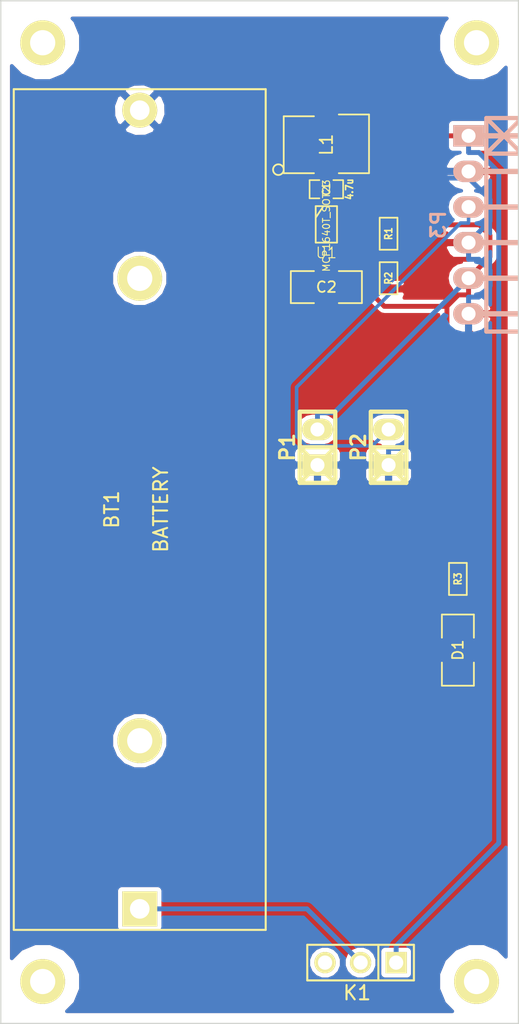
<source format=kicad_pcb>
(kicad_pcb (version 3) (host pcbnew "(2013-mar-13)-testing")

  (general
    (links 26)
    (no_connects 0)
    (area 102.71426 66.73052 149.034501 144.050001)
    (thickness 1.6)
    (drawings 5)
    (tracks 102)
    (zones 0)
    (modules 17)
    (nets 14)
  )

  (page A4)
  (layers
    (15 F.Cu signal)
    (0 B.Cu signal hide)
    (16 B.Adhes user)
    (17 F.Adhes user)
    (18 B.Paste user)
    (19 F.Paste user)
    (20 B.SilkS user)
    (21 F.SilkS user)
    (22 B.Mask user)
    (23 F.Mask user)
    (24 Dwgs.User user)
    (25 Cmts.User user)
    (26 Eco1.User user)
    (27 Eco2.User user)
    (28 Edge.Cuts user)
  )

  (setup
    (last_trace_width 0.254)
    (trace_clearance 0.254)
    (zone_clearance 0.3)
    (zone_45_only yes)
    (trace_min 0.254)
    (segment_width 0.2)
    (edge_width 0.1)
    (via_size 0.889)
    (via_drill 0.635)
    (via_min_size 0.889)
    (via_min_drill 0.508)
    (uvia_size 0.508)
    (uvia_drill 0.127)
    (uvias_allowed no)
    (uvia_min_size 0.508)
    (uvia_min_drill 0.127)
    (pcb_text_width 0.3)
    (pcb_text_size 1.5 1.5)
    (mod_edge_width 0.15)
    (mod_text_size 1 1)
    (mod_text_width 0.15)
    (pad_size 3.2004 3.2004)
    (pad_drill 1.8)
    (pad_to_mask_clearance 0)
    (aux_axis_origin 0 0)
    (visible_elements FFFFFF7F)
    (pcbplotparams
      (layerselection 268468225)
      (usegerberextensions true)
      (excludeedgelayer true)
      (linewidth 0.150000)
      (plotframeref false)
      (viasonmask false)
      (mode 1)
      (useauxorigin false)
      (hpglpennumber 1)
      (hpglpenspeed 20)
      (hpglpendiameter 15)
      (hpglpenoverlay 2)
      (psnegative false)
      (psa4output false)
      (plotreference true)
      (plotvalue true)
      (plotothertext true)
      (plotinvisibletext false)
      (padsonsilk false)
      (subtractmaskfromsilk false)
      (outputformat 1)
      (mirror false)
      (drillshape 0)
      (scaleselection 1)
      (outputdirectory BAT_DC_READER/))
  )

  (net 0 "")
  (net 1 /5V)
  (net 2 /BAT)
  (net 3 /OSC)
  (net 4 GND)
  (net 5 N-0000010)
  (net 6 N-0000012)
  (net 7 N-0000013)
  (net 8 N-000004)
  (net 9 N-000005)
  (net 10 N-000006)
  (net 11 N-000007)
  (net 12 N-000008)
  (net 13 N-000009)

  (net_class Default "This is the default net class."
    (clearance 0.254)
    (trace_width 0.254)
    (via_dia 0.889)
    (via_drill 0.635)
    (uvia_dia 0.508)
    (uvia_drill 0.127)
    (add_net "")
    (add_net /OSC)
    (add_net N-0000010)
    (add_net N-0000012)
    (add_net N-0000013)
    (add_net N-000005)
    (add_net N-000006)
    (add_net N-000007)
    (add_net N-000008)
    (add_net N-000009)
  )

  (net_class POWER ""
    (clearance 0.254)
    (trace_width 0.35)
    (via_dia 0.889)
    (via_drill 0.635)
    (uvia_dia 0.508)
    (uvia_drill 0.127)
    (add_net /5V)
    (add_net /BAT)
    (add_net GND)
    (add_net N-000004)
  )

  (module BX0035 (layer F.Cu) (tedit 5319F322) (tstamp 5319FA87)
    (at 114.935 107.315 90)
    (path /5319F422)
    (fp_text reference BT1 (at 0 -2 90) (layer F.SilkS)
      (effects (font (size 1 1) (thickness 0.15)))
    )
    (fp_text value BATTERY (at 0 1.5 90) (layer F.SilkS)
      (effects (font (size 1 1) (thickness 0.15)))
    )
    (fp_line (start -30 -9) (end 30 -9) (layer F.SilkS) (width 0.15))
    (fp_line (start 30 -9) (end 30 9) (layer F.SilkS) (width 0.15))
    (fp_line (start 30 9) (end -30 9) (layer F.SilkS) (width 0.15))
    (fp_line (start -30 9) (end -30 -9) (layer F.SilkS) (width 0.15))
    (pad 1 thru_hole rect (at -28.5 0 90) (size 2.5 2.5) (drill 1.4)
      (layers *.Cu *.Mask F.SilkS)
      (net 8 N-000004)
    )
    (pad 2 thru_hole circle (at 28.5 0 90) (size 2.5 2.5) (drill 1.4)
      (layers *.Cu *.Mask F.SilkS)
      (net 4 GND)
    )
    (pad "" thru_hole circle (at -16.5 0 90) (size 3.2 3.2) (drill 1.8)
      (layers *.Cu *.Mask F.SilkS)
    )
    (pad "" thru_hole circle (at 16.5 0 90) (size 3.2 3.2) (drill 1.8)
      (layers *.Cu *.Mask F.SilkS)
    )
  )

  (module SM0603_Capa (layer F.Cu) (tedit 5051B1EC) (tstamp 5319FA93)
    (at 128.27 84.455 180)
    (path /5319F3F3)
    (attr smd)
    (fp_text reference C1 (at 0 0 270) (layer F.SilkS)
      (effects (font (size 0.508 0.4572) (thickness 0.1143)))
    )
    (fp_text value 4.7u (at -1.651 0 270) (layer F.SilkS)
      (effects (font (size 0.508 0.4572) (thickness 0.1143)))
    )
    (fp_line (start 0.50038 0.65024) (end 1.19888 0.65024) (layer F.SilkS) (width 0.11938))
    (fp_line (start -0.50038 0.65024) (end -1.19888 0.65024) (layer F.SilkS) (width 0.11938))
    (fp_line (start 0.50038 -0.65024) (end 1.19888 -0.65024) (layer F.SilkS) (width 0.11938))
    (fp_line (start -1.19888 -0.65024) (end -0.50038 -0.65024) (layer F.SilkS) (width 0.11938))
    (fp_line (start 1.19888 -0.635) (end 1.19888 0.635) (layer F.SilkS) (width 0.11938))
    (fp_line (start -1.19888 0.635) (end -1.19888 -0.635) (layer F.SilkS) (width 0.11938))
    (pad 1 smd rect (at -0.762 0 180) (size 0.635 1.143)
      (layers F.Cu F.Paste F.Mask)
      (net 2 /BAT)
    )
    (pad 2 smd rect (at 0.762 0 180) (size 0.635 1.143)
      (layers F.Cu F.Paste F.Mask)
      (net 4 GND)
    )
    (model smd\capacitors\C0603.wrl
      (at (xyz 0 0 0.001))
      (scale (xyz 0.5 0.5 0.5))
      (rotate (xyz 0 0 0))
    )
  )

  (module SM1206 (layer F.Cu) (tedit 42806E24) (tstamp 5319FA9F)
    (at 128.27 91.44 180)
    (path /5319F595)
    (attr smd)
    (fp_text reference C2 (at 0 0 180) (layer F.SilkS)
      (effects (font (size 0.762 0.762) (thickness 0.127)))
    )
    (fp_text value 10u (at 0 0 180) (layer F.SilkS) hide
      (effects (font (size 0.762 0.762) (thickness 0.127)))
    )
    (fp_line (start -2.54 -1.143) (end -2.54 1.143) (layer F.SilkS) (width 0.127))
    (fp_line (start -2.54 1.143) (end -0.889 1.143) (layer F.SilkS) (width 0.127))
    (fp_line (start 0.889 -1.143) (end 2.54 -1.143) (layer F.SilkS) (width 0.127))
    (fp_line (start 2.54 -1.143) (end 2.54 1.143) (layer F.SilkS) (width 0.127))
    (fp_line (start 2.54 1.143) (end 0.889 1.143) (layer F.SilkS) (width 0.127))
    (fp_line (start -0.889 -1.143) (end -2.54 -1.143) (layer F.SilkS) (width 0.127))
    (pad 1 smd rect (at -1.651 0 180) (size 1.524 2.032)
      (layers F.Cu F.Paste F.Mask)
      (net 1 /5V)
    )
    (pad 2 smd rect (at 1.651 0 180) (size 1.524 2.032)
      (layers F.Cu F.Paste F.Mask)
      (net 4 GND)
    )
    (model smd/chip_cms.wrl
      (at (xyz 0 0 0))
      (scale (xyz 0.17 0.16 0.16))
      (rotate (xyz 0 0 0))
    )
  )

  (module SM1812E (layer F.Cu) (tedit 4171109D) (tstamp 5319FAAC)
    (at 128.27 81.28)
    (path /5319F4DE)
    (attr smd)
    (fp_text reference L1 (at 0 0 90) (layer F.SilkS)
      (effects (font (size 0.889 0.889) (thickness 0.127)))
    )
    (fp_text value INDUCTOR (at 0 0 90) (layer F.SilkS) hide
      (effects (font (size 0.889 0.889) (thickness 0.127)))
    )
    (fp_circle (center -3.429 1.778) (end -3.048 1.778) (layer F.SilkS) (width 0.127))
    (fp_line (start -0.889 -2.032) (end -3.048 -2.032) (layer F.SilkS) (width 0.127))
    (fp_line (start -3.048 -2.032) (end -3.048 2.032) (layer F.SilkS) (width 0.127))
    (fp_line (start -3.048 2.032) (end -0.889 2.032) (layer F.SilkS) (width 0.127))
    (fp_line (start 0.889 -2.159) (end 3.048 -2.159) (layer F.SilkS) (width 0.127))
    (fp_line (start 3.048 -2.159) (end 3.048 2.032) (layer F.SilkS) (width 0.127))
    (fp_line (start 3.048 2.032) (end 0.889 2.032) (layer F.SilkS) (width 0.127))
    (pad 1 smd rect (at -1.905 0) (size 1.778 3.556)
      (layers F.Cu F.Paste F.Mask)
      (net 6 N-0000012)
    )
    (pad 2 smd rect (at 1.905 0) (size 1.778 3.556)
      (layers F.Cu F.Paste F.Mask)
      (net 2 /BAT)
    )
    (model smd/chip_cms.wrl
      (at (xyz 0 0 0))
      (scale (xyz 0.2 0.25 0.25))
      (rotate (xyz 0 0 0))
    )
  )

  (module pin_strip_2 (layer F.Cu) (tedit 4F0999B2) (tstamp 5319FAB9)
    (at 127.635 102.87 90)
    (descr "Pin strip 2pin")
    (tags "CONN DEV")
    (path /5319F402)
    (fp_text reference P1 (at 0 -2.159 90) (layer F.SilkS)
      (effects (font (size 1.016 1.016) (thickness 0.2032)))
    )
    (fp_text value CONN_2 (at 0.254 -3.556 90) (layer F.SilkS) hide
      (effects (font (size 1.016 0.889) (thickness 0.2032)))
    )
    (fp_line (start 0 -1.27) (end 0 1.27) (layer F.SilkS) (width 0.3048))
    (fp_line (start 0 1.27) (end -2.54 -1.27) (layer F.SilkS) (width 0.3048))
    (fp_line (start -2.54 1.27) (end 0 -1.27) (layer F.SilkS) (width 0.3048))
    (fp_line (start 2.54 1.27) (end -2.54 1.27) (layer F.SilkS) (width 0.3048))
    (fp_line (start -2.54 -1.27) (end 2.54 -1.27) (layer F.SilkS) (width 0.3048))
    (fp_line (start -2.54 1.27) (end -2.54 -1.27) (layer F.SilkS) (width 0.3048))
    (fp_line (start 2.54 -1.27) (end 2.54 1.27) (layer F.SilkS) (width 0.3048))
    (pad 1 thru_hole rect (at -1.27 0 90) (size 1.524 2.19964) (drill 1.00076)
      (layers *.Cu *.Mask F.SilkS)
      (net 4 GND)
    )
    (pad 2 thru_hole oval (at 1.27 0 90) (size 1.524 2.19964) (drill 1.00076)
      (layers *.Cu *.Mask F.SilkS)
      (net 1 /5V)
    )
    (model walter/pin_strip/pin_strip_2.wrl
      (at (xyz 0 0 0))
      (scale (xyz 1 1 1))
      (rotate (xyz 0 0 0))
    )
  )

  (module pin_strip_2 (layer F.Cu) (tedit 4F0999B2) (tstamp 5319FAC6)
    (at 132.715 102.87 90)
    (descr "Pin strip 2pin")
    (tags "CONN DEV")
    (path /5319F5F7)
    (fp_text reference P2 (at 0 -2.159 90) (layer F.SilkS)
      (effects (font (size 1.016 1.016) (thickness 0.2032)))
    )
    (fp_text value CONN_2 (at 0.254 -3.556 90) (layer F.SilkS) hide
      (effects (font (size 1.016 0.889) (thickness 0.2032)))
    )
    (fp_line (start 0 -1.27) (end 0 1.27) (layer F.SilkS) (width 0.3048))
    (fp_line (start 0 1.27) (end -2.54 -1.27) (layer F.SilkS) (width 0.3048))
    (fp_line (start -2.54 1.27) (end 0 -1.27) (layer F.SilkS) (width 0.3048))
    (fp_line (start 2.54 1.27) (end -2.54 1.27) (layer F.SilkS) (width 0.3048))
    (fp_line (start -2.54 -1.27) (end 2.54 -1.27) (layer F.SilkS) (width 0.3048))
    (fp_line (start -2.54 1.27) (end -2.54 -1.27) (layer F.SilkS) (width 0.3048))
    (fp_line (start 2.54 -1.27) (end 2.54 1.27) (layer F.SilkS) (width 0.3048))
    (pad 1 thru_hole rect (at -1.27 0 90) (size 1.524 2.19964) (drill 1.00076)
      (layers *.Cu *.Mask F.SilkS)
      (net 4 GND)
    )
    (pad 2 thru_hole oval (at 1.27 0 90) (size 1.524 2.19964) (drill 1.00076)
      (layers *.Cu *.Mask F.SilkS)
      (net 3 /OSC)
    )
    (model walter/pin_strip/pin_strip_2.wrl
      (at (xyz 0 0 0))
      (scale (xyz 1 1 1))
      (rotate (xyz 0 0 0))
    )
  )

  (module pin_strip_6-90 (layer B.Cu) (tedit 4EF891C9) (tstamp 5319FADD)
    (at 138.43 86.995 270)
    (descr "Pin strip 6pin 90")
    (tags "CONN DEV")
    (path /5319F90F)
    (fp_text reference P3 (at 0 2.159 270) (layer B.SilkS)
      (effects (font (size 1.016 1.016) (thickness 0.2032)) (justify mirror))
    )
    (fp_text value CONN_6 (at 0.254 3.556 270) (layer B.SilkS) hide
      (effects (font (size 1.016 0.889) (thickness 0.2032)) (justify mirror))
    )
    (fp_line (start -7.62 -3.81) (end -5.08 -1.27) (layer B.SilkS) (width 0.3048))
    (fp_line (start -5.08 -1.27) (end -5.08 -3.81) (layer B.SilkS) (width 0.3048))
    (fp_line (start -5.08 -3.81) (end -7.62 -1.27) (layer B.SilkS) (width 0.3048))
    (fp_line (start -6.35 0) (end -6.35 -10.16) (layer B.SilkS) (width 0.381))
    (fp_line (start 6.35 0) (end 6.35 -10.16) (layer B.SilkS) (width 0.381))
    (fp_line (start 3.81 0) (end 3.81 -10.16) (layer B.SilkS) (width 0.381))
    (fp_line (start 1.27 0) (end 1.27 -10.16) (layer B.SilkS) (width 0.381))
    (fp_line (start -1.27 -10.16) (end -1.27 0) (layer B.SilkS) (width 0.381))
    (fp_line (start -3.81 0) (end -3.81 -10.16) (layer B.SilkS) (width 0.381))
    (fp_line (start -7.62 -3.81) (end -7.62 -1.27) (layer B.SilkS) (width 0.3048))
    (fp_line (start -7.62 -1.27) (end 7.62 -1.27) (layer B.SilkS) (width 0.3048))
    (fp_line (start 7.62 -1.27) (end 7.62 -3.81) (layer B.SilkS) (width 0.3048))
    (fp_line (start 7.62 -3.81) (end -7.62 -3.81) (layer B.SilkS) (width 0.3048))
    (pad 1 thru_hole rect (at -6.35 0 270) (size 1.524 2.19964) (drill 1.00076)
      (layers *.Cu *.Mask B.SilkS)
      (net 2 /BAT)
    )
    (pad 2 thru_hole oval (at -3.81 0 270) (size 1.524 2.19964) (drill 1.00076)
      (layers *.Cu *.Mask B.SilkS)
      (net 4 GND)
    )
    (pad 3 thru_hole oval (at -1.27 0 270) (size 1.524 2.19964) (drill 1.00076)
      (layers *.Cu *.Mask B.SilkS)
      (net 3 /OSC)
    )
    (pad 4 thru_hole oval (at 1.27 0 270) (size 1.524 2.19964) (drill 1.00076)
      (layers *.Cu *.Mask B.SilkS)
      (net 4 GND)
    )
    (pad 5 thru_hole oval (at 3.81 0 270) (size 1.524 2.19964) (drill 1.00076)
      (layers *.Cu *.Mask B.SilkS)
      (net 1 /5V)
    )
    (pad 6 thru_hole oval (at 6.35 0 270) (size 1.524 2.19964) (drill 1.00076)
      (layers *.Cu *.Mask B.SilkS)
      (net 4 GND)
    )
    (model walter/pin_strip/pin_strip_6-90.wrl
      (at (xyz 0 0 0))
      (scale (xyz 1 1 1))
      (rotate (xyz 0 0 0))
    )
  )

  (module SM0603 (layer F.Cu) (tedit 4E43A3D1) (tstamp 5319FAE7)
    (at 132.715 87.63 270)
    (path /5319F524)
    (attr smd)
    (fp_text reference R1 (at 0 0 270) (layer F.SilkS)
      (effects (font (size 0.508 0.4572) (thickness 0.1143)))
    )
    (fp_text value 976k (at 0 0 270) (layer F.SilkS) hide
      (effects (font (size 0.508 0.4572) (thickness 0.1143)))
    )
    (fp_line (start -1.143 -0.635) (end 1.143 -0.635) (layer F.SilkS) (width 0.127))
    (fp_line (start 1.143 -0.635) (end 1.143 0.635) (layer F.SilkS) (width 0.127))
    (fp_line (start 1.143 0.635) (end -1.143 0.635) (layer F.SilkS) (width 0.127))
    (fp_line (start -1.143 0.635) (end -1.143 -0.635) (layer F.SilkS) (width 0.127))
    (pad 1 smd rect (at -0.762 0 270) (size 0.635 1.143)
      (layers F.Cu F.Paste F.Mask)
      (net 1 /5V)
    )
    (pad 2 smd rect (at 0.762 0 270) (size 0.635 1.143)
      (layers F.Cu F.Paste F.Mask)
      (net 7 N-0000013)
    )
    (model smd\resistors\R0603.wrl
      (at (xyz 0 0 0.001))
      (scale (xyz 0.5 0.5 0.5))
      (rotate (xyz 0 0 0))
    )
  )

  (module SM0603 (layer F.Cu) (tedit 4E43A3D1) (tstamp 5319FAF1)
    (at 132.715 90.805 270)
    (path /5319F531)
    (attr smd)
    (fp_text reference R2 (at 0 0 270) (layer F.SilkS)
      (effects (font (size 0.508 0.4572) (thickness 0.1143)))
    )
    (fp_text value 309k (at 0 0 270) (layer F.SilkS) hide
      (effects (font (size 0.508 0.4572) (thickness 0.1143)))
    )
    (fp_line (start -1.143 -0.635) (end 1.143 -0.635) (layer F.SilkS) (width 0.127))
    (fp_line (start 1.143 -0.635) (end 1.143 0.635) (layer F.SilkS) (width 0.127))
    (fp_line (start 1.143 0.635) (end -1.143 0.635) (layer F.SilkS) (width 0.127))
    (fp_line (start -1.143 0.635) (end -1.143 -0.635) (layer F.SilkS) (width 0.127))
    (pad 1 smd rect (at -0.762 0 270) (size 0.635 1.143)
      (layers F.Cu F.Paste F.Mask)
      (net 7 N-0000013)
    )
    (pad 2 smd rect (at 0.762 0 270) (size 0.635 1.143)
      (layers F.Cu F.Paste F.Mask)
      (net 4 GND)
    )
    (model smd\resistors\R0603.wrl
      (at (xyz 0 0 0.001))
      (scale (xyz 0.5 0.5 0.5))
      (rotate (xyz 0 0 0))
    )
  )

  (module SOT23_6 (layer F.Cu) (tedit 4ECF791C) (tstamp 5319FB00)
    (at 128.27 86.995 270)
    (path /5319F488)
    (fp_text reference U1 (at 1.99898 0 360) (layer F.SilkS)
      (effects (font (size 0.762 0.762) (thickness 0.0762)))
    )
    (fp_text value MCP1640T_SOT23 (at 0.0635 0 270) (layer F.SilkS)
      (effects (font (size 0.50038 0.50038) (thickness 0.0762)))
    )
    (fp_line (start -0.508 0.762) (end -1.27 0.254) (layer F.SilkS) (width 0.127))
    (fp_line (start 1.27 0.762) (end -1.3335 0.762) (layer F.SilkS) (width 0.127))
    (fp_line (start -1.3335 0.762) (end -1.3335 -0.762) (layer F.SilkS) (width 0.127))
    (fp_line (start -1.3335 -0.762) (end 1.27 -0.762) (layer F.SilkS) (width 0.127))
    (fp_line (start 1.27 -0.762) (end 1.27 0.762) (layer F.SilkS) (width 0.127))
    (pad 6 smd rect (at -0.9525 -1.27 270) (size 0.70104 1.00076)
      (layers F.Cu F.Paste F.Mask)
      (net 2 /BAT)
    )
    (pad 5 smd rect (at 0 -1.27 270) (size 0.70104 1.00076)
      (layers F.Cu F.Paste F.Mask)
      (net 1 /5V)
    )
    (pad 4 smd rect (at 0.9525 -1.27 270) (size 0.70104 1.00076)
      (layers F.Cu F.Paste F.Mask)
      (net 7 N-0000013)
    )
    (pad 3 smd rect (at 0.9525 1.27 270) (size 0.70104 1.00076)
      (layers F.Cu F.Paste F.Mask)
      (net 2 /BAT)
    )
    (pad 2 smd rect (at 0 1.27 270) (size 0.70104 1.00076)
      (layers F.Cu F.Paste F.Mask)
      (net 4 GND)
    )
    (pad 1 smd rect (at -0.9525 1.27 270) (size 0.70104 1.00076)
      (layers F.Cu F.Paste F.Mask)
      (net 6 N-0000012)
    )
    (model smd/SOT23_6.wrl
      (at (xyz 0 0 0))
      (scale (xyz 0.11 0.11 0.11))
      (rotate (xyz 0 0 0))
    )
  )

  (module PIN_ARRAY_3X1 (layer F.Cu) (tedit 4C1130E0) (tstamp 531D7E72)
    (at 130.715 139.65 180)
    (descr "Connecteur 3 pins")
    (tags "CONN DEV")
    (path /5319FD25)
    (fp_text reference K1 (at 0.254 -2.159 180) (layer F.SilkS)
      (effects (font (size 1.016 1.016) (thickness 0.1524)))
    )
    (fp_text value CONN_3 (at 0 -2.159 180) (layer F.SilkS) hide
      (effects (font (size 1.016 1.016) (thickness 0.1524)))
    )
    (fp_line (start -3.81 1.27) (end -3.81 -1.27) (layer F.SilkS) (width 0.1524))
    (fp_line (start -3.81 -1.27) (end 3.81 -1.27) (layer F.SilkS) (width 0.1524))
    (fp_line (start 3.81 -1.27) (end 3.81 1.27) (layer F.SilkS) (width 0.1524))
    (fp_line (start 3.81 1.27) (end -3.81 1.27) (layer F.SilkS) (width 0.1524))
    (fp_line (start -1.27 -1.27) (end -1.27 1.27) (layer F.SilkS) (width 0.1524))
    (pad 1 thru_hole rect (at -2.54 0 180) (size 1.524 1.524) (drill 1.016)
      (layers *.Cu *.Mask F.SilkS)
      (net 2 /BAT)
    )
    (pad 2 thru_hole circle (at 0 0 180) (size 1.524 1.524) (drill 1.016)
      (layers *.Cu *.Mask F.SilkS)
      (net 8 N-000004)
    )
    (pad 3 thru_hole circle (at 2.54 0 180) (size 1.524 1.524) (drill 1.016)
      (layers *.Cu *.Mask F.SilkS)
      (net 5 N-0000010)
    )
    (model pin_array/pins_array_3x1.wrl
      (at (xyz 0 0 0))
      (scale (xyz 1 1 1))
      (rotate (xyz 0 0 0))
    )
  )

  (module SM1206 (layer F.Cu) (tedit 42806E24) (tstamp 531D7730)
    (at 137.668 117.348 270)
    (path /531D75FD)
    (attr smd)
    (fp_text reference D1 (at 0 0 270) (layer F.SilkS)
      (effects (font (size 0.762 0.762) (thickness 0.127)))
    )
    (fp_text value LED (at 0 0 270) (layer F.SilkS) hide
      (effects (font (size 0.762 0.762) (thickness 0.127)))
    )
    (fp_line (start -2.54 -1.143) (end -2.54 1.143) (layer F.SilkS) (width 0.127))
    (fp_line (start -2.54 1.143) (end -0.889 1.143) (layer F.SilkS) (width 0.127))
    (fp_line (start 0.889 -1.143) (end 2.54 -1.143) (layer F.SilkS) (width 0.127))
    (fp_line (start 2.54 -1.143) (end 2.54 1.143) (layer F.SilkS) (width 0.127))
    (fp_line (start 2.54 1.143) (end 0.889 1.143) (layer F.SilkS) (width 0.127))
    (fp_line (start -0.889 -1.143) (end -2.54 -1.143) (layer F.SilkS) (width 0.127))
    (pad 1 smd rect (at -1.651 0 270) (size 1.524 2.032)
      (layers F.Cu F.Paste F.Mask)
      (net 13 N-000009)
    )
    (pad 2 smd rect (at 1.651 0 270) (size 1.524 2.032)
      (layers F.Cu F.Paste F.Mask)
      (net 4 GND)
    )
    (model smd/chip_cms.wrl
      (at (xyz 0 0 0))
      (scale (xyz 0.17 0.16 0.16))
      (rotate (xyz 0 0 0))
    )
  )

  (module SM0603 (layer F.Cu) (tedit 4E43A3D1) (tstamp 531D773A)
    (at 137.668 112.268 270)
    (path /531D75EE)
    (attr smd)
    (fp_text reference R3 (at 0 0 270) (layer F.SilkS)
      (effects (font (size 0.508 0.4572) (thickness 0.1143)))
    )
    (fp_text value 2.2k (at 0 0 270) (layer F.SilkS) hide
      (effects (font (size 0.508 0.4572) (thickness 0.1143)))
    )
    (fp_line (start -1.143 -0.635) (end 1.143 -0.635) (layer F.SilkS) (width 0.127))
    (fp_line (start 1.143 -0.635) (end 1.143 0.635) (layer F.SilkS) (width 0.127))
    (fp_line (start 1.143 0.635) (end -1.143 0.635) (layer F.SilkS) (width 0.127))
    (fp_line (start -1.143 0.635) (end -1.143 -0.635) (layer F.SilkS) (width 0.127))
    (pad 1 smd rect (at -0.762 0 270) (size 0.635 1.143)
      (layers F.Cu F.Paste F.Mask)
      (net 1 /5V)
    )
    (pad 2 smd rect (at 0.762 0 270) (size 0.635 1.143)
      (layers F.Cu F.Paste F.Mask)
      (net 13 N-000009)
    )
    (model smd\resistors\R0603.wrl
      (at (xyz 0 0 0.001))
      (scale (xyz 0.5 0.5 0.5))
      (rotate (xyz 0 0 0))
    )
  )

  (module Mhole (layer F.Cu) (tedit 531D8C66) (tstamp 531D7E0C)
    (at 139 74)
    (path /531D7CA5)
    (fp_text reference P4 (at 0.44958 -4.09956) (layer F.SilkS) hide
      (effects (font (thickness 0.3048)))
    )
    (fp_text value CONN_1 (at 0.20066 -6.10108) (layer F.SilkS) hide
      (effects (font (thickness 0.3048)))
    )
    (pad 1 thru_hole circle (at 0 0) (size 3.2004 3.2004) (drill 1.8)
      (layers *.Cu *.Mask F.SilkS)
      (net 12 N-000008)
      (clearance 1.00076)
    )
  )

  (module Mhole (layer F.Cu) (tedit 531D8C50) (tstamp 531D7E11)
    (at 108 74)
    (path /531D7CB8)
    (fp_text reference P5 (at 0.44958 -4.09956) (layer F.SilkS) hide
      (effects (font (thickness 0.3048)))
    )
    (fp_text value CONN_1 (at 0.20066 -6.10108) (layer F.SilkS) hide
      (effects (font (thickness 0.3048)))
    )
    (pad 1 thru_hole circle (at 0 0) (size 3.2004 3.2004) (drill 1.8)
      (layers *.Cu *.Mask F.SilkS)
      (net 11 N-000007)
      (clearance 1.00076)
    )
  )

  (module Mhole (layer F.Cu) (tedit 531D8C74) (tstamp 531D7E16)
    (at 139 141)
    (path /531D7CBE)
    (fp_text reference P6 (at 0.44958 -4.09956) (layer F.SilkS) hide
      (effects (font (thickness 0.3048)))
    )
    (fp_text value CONN_1 (at 0.20066 -6.10108) (layer F.SilkS) hide
      (effects (font (thickness 0.3048)))
    )
    (pad 1 thru_hole circle (at 0 0) (size 3.2004 3.2004) (drill 1.8)
      (layers *.Cu *.Mask F.SilkS)
      (net 10 N-000006)
      (clearance 1.00076)
    )
  )

  (module Mhole (layer F.Cu) (tedit 531D8C6D) (tstamp 531D7E1B)
    (at 108 141)
    (path /531D7CC4)
    (fp_text reference P7 (at 0.44958 -4.09956) (layer F.SilkS) hide
      (effects (font (thickness 0.3048)))
    )
    (fp_text value CONN_1 (at 0.20066 -6.10108) (layer F.SilkS) hide
      (effects (font (thickness 0.3048)))
    )
    (pad 1 thru_hole circle (at 0 0) (size 3.2004 3.2004) (drill 1.8)
      (layers *.Cu *.Mask F.SilkS)
      (net 9 N-000005)
      (clearance 1.00076)
    )
  )

  (gr_line (start 105 144) (end 105 71) (angle 90) (layer Edge.Cuts) (width 0.1))
  (gr_line (start 142 144) (end 105 144) (angle 90) (layer Edge.Cuts) (width 0.1))
  (gr_line (start 142 71) (end 142 144) (angle 90) (layer Edge.Cuts) (width 0.1))
  (gr_line (start 141 71) (end 142 71) (angle 90) (layer Edge.Cuts) (width 0.1))
  (gr_line (start 105 71) (end 141 71) (angle 90) (layer Edge.Cuts) (width 0.1))

  (segment (start 137.668 111.506) (end 137.668 110.7592) (width 0.35) (layer F.Cu) (net 1))
  (segment (start 138.43 90.805) (end 138.43 91.9963) (width 0.35) (layer F.Cu) (net 1))
  (segment (start 136.8853 109.9765) (end 136.8853 92.8134) (width 0.35) (layer F.Cu) (net 1))
  (segment (start 137.668 110.7592) (end 136.8853 109.9765) (width 0.35) (layer F.Cu) (net 1))
  (segment (start 137.7024 91.9963) (end 138.43 91.9963) (width 0.35) (layer F.Cu) (net 1))
  (segment (start 136.8853 92.8134) (end 137.7024 91.9963) (width 0.35) (layer F.Cu) (net 1))
  (segment (start 131.1123 91.5145) (end 131.1123 91.44) (width 0.35) (layer F.Cu) (net 1))
  (segment (start 132.4112 92.8134) (end 131.1123 91.5145) (width 0.35) (layer F.Cu) (net 1))
  (segment (start 136.8853 92.8134) (end 132.4112 92.8134) (width 0.35) (layer F.Cu) (net 1))
  (segment (start 139.9596 89.2754) (end 138.43 90.805) (width 0.35) (layer F.Cu) (net 1))
  (segment (start 139.9596 87.7517) (end 139.9596 89.2754) (width 0.35) (layer F.Cu) (net 1))
  (segment (start 139.2029 86.995) (end 139.9596 87.7517) (width 0.35) (layer F.Cu) (net 1))
  (segment (start 133.8428 86.995) (end 139.2029 86.995) (width 0.35) (layer F.Cu) (net 1))
  (segment (start 133.7158 86.868) (end 133.8428 86.995) (width 0.35) (layer F.Cu) (net 1))
  (segment (start 132.715 86.868) (end 133.7158 86.868) (width 0.35) (layer F.Cu) (net 1))
  (segment (start 129.921 91.44) (end 131.1123 91.44) (width 0.35) (layer F.Cu) (net 1))
  (segment (start 128.8263 100.4087) (end 127.635 100.4087) (width 0.35) (layer B.Cu) (net 1))
  (segment (start 138.43 90.805) (end 128.8263 100.4087) (width 0.35) (layer B.Cu) (net 1))
  (segment (start 127.635 101.6) (end 127.635 100.4087) (width 0.35) (layer B.Cu) (net 1))
  (segment (start 131.5872 86.995) (end 131.7142 86.868) (width 0.35) (layer F.Cu) (net 1))
  (segment (start 129.54 86.995) (end 131.5872 86.995) (width 0.35) (layer F.Cu) (net 1))
  (segment (start 132.715 86.868) (end 131.7142 86.868) (width 0.35) (layer F.Cu) (net 1))
  (segment (start 129.032 84.455) (end 129.032 85.4558) (width 0.35) (layer F.Cu) (net 2))
  (segment (start 138.43 80.645) (end 136.9009 80.645) (width 0.35) (layer F.Cu) (net 2))
  (segment (start 127 87.9475) (end 127.9297 87.9475) (width 0.35) (layer F.Cu) (net 2))
  (segment (start 128.5341 86.5276) (end 129.2796 85.7821) (width 0.35) (layer F.Cu) (net 2))
  (segment (start 128.5341 87.3431) (end 128.5341 86.5276) (width 0.35) (layer F.Cu) (net 2))
  (segment (start 127.9297 87.9475) (end 128.5341 87.3431) (width 0.35) (layer F.Cu) (net 2))
  (segment (start 129.54 86.0425) (end 129.2796 85.7821) (width 0.35) (layer F.Cu) (net 2))
  (segment (start 129.032 85.5345) (end 129.032 85.4558) (width 0.35) (layer F.Cu) (net 2))
  (segment (start 129.2796 85.7821) (end 129.032 85.5345) (width 0.35) (layer F.Cu) (net 2))
  (segment (start 136.2659 81.28) (end 130.175 81.28) (width 0.35) (layer F.Cu) (net 2))
  (segment (start 136.9009 80.645) (end 136.2659 81.28) (width 0.35) (layer F.Cu) (net 2))
  (segment (start 129.7788 83.8835) (end 129.7788 84.455) (width 0.35) (layer F.Cu) (net 2))
  (segment (start 130.175 83.4873) (end 129.7788 83.8835) (width 0.35) (layer F.Cu) (net 2))
  (segment (start 130.175 81.28) (end 130.175 83.4873) (width 0.35) (layer F.Cu) (net 2))
  (segment (start 129.032 84.455) (end 129.7788 84.455) (width 0.35) (layer F.Cu) (net 2))
  (segment (start 139.1746 81.8363) (end 138.43 81.8363) (width 0.35) (layer B.Cu) (net 2))
  (segment (start 140.5886 83.2503) (end 139.1746 81.8363) (width 0.35) (layer B.Cu) (net 2))
  (segment (start 140.5886 131.1251) (end 140.5886 83.2503) (width 0.35) (layer B.Cu) (net 2))
  (segment (start 133.255 138.4587) (end 140.5886 131.1251) (width 0.35) (layer B.Cu) (net 2))
  (segment (start 133.255 139.65) (end 133.255 138.4587) (width 0.35) (layer B.Cu) (net 2))
  (segment (start 138.43 80.645) (end 138.43 81.8363) (width 0.35) (layer B.Cu) (net 2))
  (segment (start 131.5464 102.7686) (end 132.715 101.6) (width 0.254) (layer B.Cu) (net 3))
  (segment (start 126.8284 102.7686) (end 131.5464 102.7686) (width 0.254) (layer B.Cu) (net 3))
  (segment (start 126.1444 102.0846) (end 126.8284 102.7686) (width 0.254) (layer B.Cu) (net 3))
  (segment (start 126.1444 98.5822) (end 126.1444 102.0846) (width 0.254) (layer B.Cu) (net 3))
  (segment (start 137.8583 86.8683) (end 126.1444 98.5822) (width 0.254) (layer B.Cu) (net 3))
  (segment (start 138.43 86.8683) (end 137.8583 86.8683) (width 0.254) (layer B.Cu) (net 3))
  (segment (start 138.43 85.725) (end 138.43 86.8683) (width 0.254) (layer B.Cu) (net 3))
  (segment (start 137.2387 89.4563) (end 138.43 89.4563) (width 0.35) (layer F.Cu) (net 4))
  (segment (start 135.8748 90.8202) (end 137.2387 89.4563) (width 0.35) (layer F.Cu) (net 4))
  (segment (start 132.715 90.8202) (end 135.8748 90.8202) (width 0.35) (layer F.Cu) (net 4))
  (segment (start 138.43 88.265) (end 138.43 89.4563) (width 0.35) (layer F.Cu) (net 4))
  (segment (start 127.635 104.14) (end 129.1641 104.14) (width 0.35) (layer B.Cu) (net 4))
  (segment (start 133.4596 102.9487) (end 132.715 102.9487) (width 0.35) (layer B.Cu) (net 4))
  (segment (start 138.43 97.9783) (end 133.4596 102.9487) (width 0.35) (layer B.Cu) (net 4))
  (segment (start 138.43 93.345) (end 138.43 97.9783) (width 0.35) (layer B.Cu) (net 4))
  (segment (start 132.715 104.14) (end 129.1641 104.14) (width 0.35) (layer B.Cu) (net 4))
  (segment (start 126.0703 89.446) (end 126.0703 86.995) (width 0.35) (layer F.Cu) (net 4))
  (segment (start 126.619 89.9947) (end 126.0703 89.446) (width 0.35) (layer F.Cu) (net 4))
  (segment (start 137.9658 117.8077) (end 137.668 117.8077) (width 0.35) (layer F.Cu) (net 4))
  (segment (start 139.1134 116.6601) (end 137.9658 117.8077) (width 0.35) (layer F.Cu) (net 4))
  (segment (start 139.1134 95.2197) (end 139.1134 116.6601) (width 0.35) (layer F.Cu) (net 4))
  (segment (start 138.43 94.5363) (end 139.1134 95.2197) (width 0.35) (layer F.Cu) (net 4))
  (segment (start 138.43 93.345) (end 138.43 94.5363) (width 0.35) (layer F.Cu) (net 4))
  (segment (start 137.668 118.999) (end 137.668 117.8077) (width 0.35) (layer F.Cu) (net 4))
  (segment (start 132.715 104.14) (end 132.715 102.9487) (width 0.35) (layer B.Cu) (net 4))
  (segment (start 138.43 83.185) (end 138.43 83.6574) (width 0.35) (layer B.Cu) (net 4))
  (segment (start 119.7774 83.6574) (end 138.43 83.6574) (width 0.35) (layer B.Cu) (net 4))
  (segment (start 114.935 78.815) (end 119.7774 83.6574) (width 0.35) (layer B.Cu) (net 4))
  (segment (start 139.9669 86.7281) (end 138.43 88.265) (width 0.35) (layer B.Cu) (net 4))
  (segment (start 139.9669 85.1943) (end 139.9669 86.7281) (width 0.35) (layer B.Cu) (net 4))
  (segment (start 138.43 83.6574) (end 139.9669 85.1943) (width 0.35) (layer B.Cu) (net 4))
  (segment (start 138.43 93.345) (end 138.43 92.1537) (width 0.35) (layer B.Cu) (net 4))
  (segment (start 139.1576 92.1537) (end 138.43 92.1537) (width 0.35) (layer B.Cu) (net 4))
  (segment (start 139.9753 91.336) (end 139.1576 92.1537) (width 0.35) (layer B.Cu) (net 4))
  (segment (start 139.9753 90.257) (end 139.9753 91.336) (width 0.35) (layer B.Cu) (net 4))
  (segment (start 139.1746 89.4563) (end 139.9753 90.257) (width 0.35) (layer B.Cu) (net 4))
  (segment (start 138.43 89.4563) (end 139.1746 89.4563) (width 0.35) (layer B.Cu) (net 4))
  (segment (start 138.43 88.265) (end 138.43 89.4563) (width 0.35) (layer B.Cu) (net 4))
  (segment (start 126.6863 86.995) (end 126.0703 86.995) (width 0.35) (layer F.Cu) (net 4))
  (segment (start 126.6863 86.995) (end 127 86.995) (width 0.35) (layer F.Cu) (net 4))
  (segment (start 127.9297 84.8767) (end 127.508 84.455) (width 0.35) (layer F.Cu) (net 4))
  (segment (start 127.9297 86.995) (end 127.9297 84.8767) (width 0.35) (layer F.Cu) (net 4))
  (segment (start 127 86.995) (end 127.9297 86.995) (width 0.35) (layer F.Cu) (net 4))
  (segment (start 126.619 91.44) (end 126.619 90.1458) (width 0.35) (layer F.Cu) (net 4))
  (segment (start 126.619 90.1458) (end 126.619 89.9947) (width 0.35) (layer F.Cu) (net 4))
  (segment (start 131.7167 90.826) (end 132.715 90.826) (width 0.35) (layer F.Cu) (net 4))
  (segment (start 130.8854 89.9947) (end 131.7167 90.826) (width 0.35) (layer F.Cu) (net 4))
  (segment (start 126.619 89.9947) (end 130.8854 89.9947) (width 0.35) (layer F.Cu) (net 4))
  (segment (start 132.715 91.567) (end 132.715 90.826) (width 0.35) (layer F.Cu) (net 4))
  (segment (start 132.715 90.826) (end 132.715 90.8202) (width 0.35) (layer F.Cu) (net 4))
  (segment (start 126.365 85.4075) (end 126.365 81.28) (width 0.254) (layer F.Cu) (net 6))
  (segment (start 127 86.0425) (end 126.365 85.4075) (width 0.254) (layer F.Cu) (net 6))
  (segment (start 132.715 90.043) (end 132.715 88.392) (width 0.254) (layer F.Cu) (net 7))
  (segment (start 131.3177 87.9475) (end 131.7622 88.392) (width 0.254) (layer F.Cu) (net 7))
  (segment (start 129.54 87.9475) (end 131.3177 87.9475) (width 0.254) (layer F.Cu) (net 7))
  (segment (start 132.715 88.392) (end 131.7622 88.392) (width 0.254) (layer F.Cu) (net 7))
  (segment (start 126.88 135.815) (end 114.935 135.815) (width 0.35) (layer B.Cu) (net 8))
  (segment (start 130.715 139.65) (end 126.88 135.815) (width 0.35) (layer B.Cu) (net 8))
  (segment (start 137.668 113.03) (end 137.668 115.697) (width 0.254) (layer F.Cu) (net 13))

  (zone (net 0) (net_name "") (layer F.Cu) (tstamp 531D7BD5) (hatch edge 0.508)
    (connect_pads (clearance 0.3))
    (min_thickness 0.254)
    (keepout (tracks not_allowed) (vias not_allowed) (copperpour allowed))
    (fill (arc_segments 16) (thermal_gap 0.508) (thermal_bridge_width 0.508))
    (polygon
      (pts
        (xy 112.776 133.604) (xy 117.348 133.604) (xy 117.348 137.668) (xy 112.776 137.668)
      )
    )
  )
  (zone (net 0) (net_name "") (layer F.Cu) (tstamp 531D7BE3) (hatch edge 0.508)
    (connect_pads (clearance 0.3))
    (min_thickness 0.254)
    (keepout (tracks not_allowed) (vias not_allowed) (copperpour allowed))
    (fill (arc_segments 16) (thermal_gap 0.508) (thermal_bridge_width 0.508))
    (polygon
      (pts
        (xy 112.776 76.708) (xy 117.348 76.708) (xy 117.348 80.772) (xy 112.776 80.772) (xy 112.776 80.264)
      )
    )
  )
  (zone (net 0) (net_name "") (layer F.Cu) (tstamp 531D7BF7) (hatch edge 0.508)
    (connect_pads (clearance 0.3))
    (min_thickness 0.254)
    (keepout (tracks not_allowed) (vias not_allowed) (copperpour allowed))
    (fill (arc_segments 16) (thermal_gap 0.508) (thermal_bridge_width 0.508))
    (polygon
      (pts
        (xy 126.524 137.872) (xy 135.16 137.872) (xy 135.16 141.428) (xy 126.524 141.428) (xy 126.524 140.92)
      )
    )
  )
  (zone (net 0) (net_name "") (layer F.Cu) (tstamp 531D7C01) (hatch edge 0.508)
    (connect_pads (clearance 0.3))
    (min_thickness 0.254)
    (keepout (tracks not_allowed) (vias not_allowed) (copperpour allowed))
    (fill (arc_segments 16) (thermal_gap 0.508) (thermal_bridge_width 0.508))
    (polygon
      (pts
        (xy 125.984 99.568) (xy 129.54 99.568) (xy 129.54 106.172) (xy 125.984 106.172)
      )
    )
  )
  (zone (net 0) (net_name "") (layer F.Cu) (tstamp 531D7C0B) (hatch edge 0.508)
    (connect_pads (clearance 0.3))
    (min_thickness 0.254)
    (keepout (tracks not_allowed) (vias not_allowed) (copperpour allowed))
    (fill (arc_segments 16) (thermal_gap 0.508) (thermal_bridge_width 0.508))
    (polygon
      (pts
        (xy 131.064 99.568) (xy 134.62 99.568) (xy 134.62 106.172) (xy 131.064 106.172)
      )
    )
  )
  (zone (net 4) (net_name GND) (layer F.Cu) (tstamp 531D8B35) (hatch edge 0.508)
    (connect_pads (clearance 0.3))
    (min_thickness 0.254)
    (fill (arc_segments 16) (thermal_gap 0.508) (thermal_bridge_width 0.508))
    (polygon
      (pts
        (xy 105.664 72.136) (xy 141.224 72.136) (xy 141.224 143.256) (xy 105.664 143.256)
      )
    )
    (filled_polygon
      (pts
        (xy 127.655 84.582) (xy 127.635 84.582) (xy 127.635 84.602) (xy 127.381 84.602) (xy 127.381 84.582)
        (xy 127.361 84.582) (xy 127.361 84.328) (xy 127.381 84.328) (xy 127.381 84.308) (xy 127.635 84.308)
        (xy 127.635 84.328) (xy 127.655 84.328) (xy 127.655 84.582)
      )
    )
    (filled_polygon
      (pts
        (xy 138.577 88.392) (xy 138.557 88.392) (xy 138.557 88.412) (xy 138.303 88.412) (xy 138.303 88.392)
        (xy 136.86046 88.392) (xy 136.73796 88.60807) (xy 136.75292 88.682277) (xy 137.01455 89.163026) (xy 137.440239 89.507059)
        (xy 137.911163 89.646056) (xy 137.607257 89.706507) (xy 137.221518 89.96425) (xy 136.963775 90.349989) (xy 136.873268 90.805)
        (xy 136.963775 91.260011) (xy 137.213537 91.633806) (xy 136.635944 92.2114) (xy 133.838412 92.2114) (xy 133.9215 92.010809)
        (xy 133.9215 91.85275) (xy 133.76275 91.694) (xy 132.842 91.694) (xy 132.842 91.714) (xy 132.588 91.714)
        (xy 132.588 91.694) (xy 132.568 91.694) (xy 132.568 91.44) (xy 132.588 91.44) (xy 132.588 91.42)
        (xy 132.842 91.42) (xy 132.842 91.44) (xy 133.76275 91.44) (xy 133.9215 91.28125) (xy 133.9215 91.123191)
        (xy 133.824827 90.889802) (xy 133.646199 90.711173) (xy 133.57089 90.679978) (xy 133.648493 90.602376) (xy 133.7135 90.445436)
        (xy 133.7135 90.275565) (xy 133.7135 89.640565) (xy 133.648493 89.483624) (xy 133.528376 89.363507) (xy 133.371436 89.2985)
        (xy 133.269 89.2985) (xy 133.269 89.1365) (xy 133.371435 89.1365) (xy 133.528376 89.071493) (xy 133.648493 88.951376)
        (xy 133.7135 88.794436) (xy 133.7135 88.624565) (xy 133.7135 87.989565) (xy 133.648493 87.832624) (xy 133.528376 87.712507)
        (xy 133.371436 87.6475) (xy 133.201565 87.6475) (xy 132.058565 87.6475) (xy 131.901624 87.712507) (xy 131.883902 87.730228)
        (xy 131.723551 87.569877) (xy 131.817575 87.551175) (xy 131.870165 87.516034) (xy 131.901624 87.547493) (xy 132.058564 87.6125)
        (xy 132.228435 87.6125) (xy 133.371435 87.6125) (xy 133.528376 87.547493) (xy 133.559834 87.516034) (xy 133.612425 87.551175)
        (xy 133.8428 87.597) (xy 136.889366 87.597) (xy 136.75292 87.847723) (xy 136.73796 87.92193) (xy 136.86046 88.138)
        (xy 138.303 88.138) (xy 138.303 88.118) (xy 138.557 88.118) (xy 138.557 88.138) (xy 138.577 88.138)
        (xy 138.577 88.392)
      )
    )
    (filled_polygon
      (pts
        (xy 141.097 139.239373) (xy 140.5616 138.703038) (xy 140.5616 89.2754) (xy 140.5616 87.7517) (xy 140.523377 87.559546)
        (xy 140.515775 87.521325) (xy 140.515775 87.521324) (xy 140.385278 87.326022) (xy 140.385278 87.326021) (xy 139.630403 86.571147)
        (xy 139.638482 86.56575) (xy 139.896225 86.180011) (xy 139.986732 85.725) (xy 139.896225 85.269989) (xy 139.638482 84.88425)
        (xy 139.252743 84.626507) (xy 138.948836 84.566056) (xy 139.419761 84.427059) (xy 139.84545 84.083026) (xy 140.10708 83.602277)
        (xy 140.12204 83.52807) (xy 139.99954 83.312) (xy 138.557 83.312) (xy 138.557 83.332) (xy 138.303 83.332)
        (xy 138.303 83.312) (xy 136.86046 83.312) (xy 136.73796 83.52807) (xy 136.75292 83.602277) (xy 137.01455 84.083026)
        (xy 137.440239 84.427059) (xy 137.911163 84.566056) (xy 137.607257 84.626507) (xy 137.221518 84.88425) (xy 136.963775 85.269989)
        (xy 136.873268 85.725) (xy 136.963775 86.180011) (xy 137.106089 86.393) (xy 134.067662 86.393) (xy 133.946175 86.311825)
        (xy 133.7158 86.266) (xy 133.605869 86.266) (xy 133.528376 86.188507) (xy 133.371436 86.1235) (xy 133.201565 86.1235)
        (xy 132.058565 86.1235) (xy 131.901624 86.188507) (xy 131.824131 86.266) (xy 131.7142 86.266) (xy 131.483825 86.311825)
        (xy 131.362337 86.393) (xy 130.46738 86.393) (xy 130.46738 86.308085) (xy 130.46738 85.607045) (xy 130.402373 85.450104)
        (xy 130.282256 85.329987) (xy 130.125316 85.26498) (xy 129.955445 85.26498) (xy 129.712899 85.26498) (xy 129.7765 85.111436)
        (xy 129.7765 85.057) (xy 129.7788 85.057) (xy 130.009175 85.011175) (xy 130.204478 84.880678) (xy 130.334975 84.685375)
        (xy 130.3808 84.455) (xy 130.3808 84.132856) (xy 130.600678 83.912979) (xy 130.600678 83.912978) (xy 130.731175 83.717676)
        (xy 130.731175 83.717675) (xy 130.738777 83.679453) (xy 130.776999 83.4873) (xy 130.777 83.4873) (xy 130.777 83.485)
        (xy 131.148935 83.485) (xy 131.305876 83.419993) (xy 131.425993 83.299876) (xy 131.491 83.142936) (xy 131.491 82.973065)
        (xy 131.491 81.882) (xy 136.2659 81.882) (xy 136.496275 81.836175) (xy 136.691578 81.705678) (xy 136.903807 81.493449)
        (xy 136.968187 81.648876) (xy 137.088304 81.768993) (xy 137.245244 81.834) (xy 137.415115 81.834) (xy 137.809331 81.834)
        (xy 137.440239 81.942941) (xy 137.01455 82.286974) (xy 136.75292 82.767723) (xy 136.73796 82.84193) (xy 136.86046 83.058)
        (xy 138.303 83.058) (xy 138.303 83.038) (xy 138.557 83.038) (xy 138.557 83.058) (xy 139.99954 83.058)
        (xy 140.12204 82.84193) (xy 140.10708 82.767723) (xy 139.84545 82.286974) (xy 139.419761 81.942941) (xy 139.050668 81.834)
        (xy 139.614755 81.834) (xy 139.771696 81.768993) (xy 139.891813 81.648876) (xy 139.95682 81.491936) (xy 139.95682 81.322065)
        (xy 139.95682 79.798065) (xy 139.891813 79.641124) (xy 139.771696 79.521007) (xy 139.614756 79.456) (xy 139.444885 79.456)
        (xy 137.245245 79.456) (xy 137.088304 79.521007) (xy 136.968187 79.641124) (xy 136.90318 79.798064) (xy 136.90318 79.967935)
        (xy 136.90318 80.043) (xy 136.9009 80.043) (xy 136.670525 80.088825) (xy 136.475222 80.219321) (xy 136.016543 80.678)
        (xy 131.491 80.678) (xy 131.491 79.417065) (xy 131.425993 79.260124) (xy 131.305876 79.140007) (xy 131.148936 79.075)
        (xy 130.979065 79.075) (xy 129.201065 79.075) (xy 129.044124 79.140007) (xy 128.924007 79.260124) (xy 128.859 79.417064)
        (xy 128.859 79.586935) (xy 128.859 83.142935) (xy 128.924007 83.299876) (xy 129.044124 83.419993) (xy 129.132259 83.4565)
        (xy 128.629565 83.4565) (xy 128.472624 83.521507) (xy 128.395021 83.599109) (xy 128.363827 83.523801) (xy 128.185198 83.345173)
        (xy 127.951809 83.2485) (xy 127.79375 83.2485) (xy 127.635002 83.407248) (xy 127.635002 83.253984) (xy 127.681 83.142936)
        (xy 127.681 82.973065) (xy 127.681 79.417065) (xy 127.615993 79.260124) (xy 127.495876 79.140007) (xy 127.338936 79.075)
        (xy 127.169065 79.075) (xy 125.391065 79.075) (xy 125.234124 79.140007) (xy 125.114007 79.260124) (xy 125.049 79.417064)
        (xy 125.049 79.586935) (xy 125.049 83.142935) (xy 125.114007 83.299876) (xy 125.234124 83.419993) (xy 125.391064 83.485)
        (xy 125.560935 83.485) (xy 125.811 83.485) (xy 125.811 85.4075) (xy 125.853171 85.619507) (xy 125.973263 85.799237)
        (xy 126.07262 85.898594) (xy 126.07262 86.173454) (xy 125.961293 86.284782) (xy 125.86462 86.518171) (xy 125.86462 86.70925)
        (xy 126.02337 86.868) (xy 126.873 86.868) (xy 126.873 86.848) (xy 127.127 86.848) (xy 127.127 86.868)
        (xy 127.147 86.868) (xy 127.147 87.122) (xy 127.127 87.122) (xy 127.127 87.142) (xy 126.873 87.142)
        (xy 126.873 87.122) (xy 126.02337 87.122) (xy 125.86462 87.28075) (xy 125.86462 87.471829) (xy 125.961293 87.705218)
        (xy 126.07262 87.816545) (xy 126.07262 88.382955) (xy 126.137627 88.539896) (xy 126.257744 88.660013) (xy 126.414684 88.72502)
        (xy 126.584555 88.72502) (xy 127.585315 88.72502) (xy 127.742256 88.660013) (xy 127.852769 88.5495) (xy 127.9297 88.5495)
        (xy 128.160075 88.503675) (xy 128.355378 88.373178) (xy 128.61262 88.115936) (xy 128.61262 88.382955) (xy 128.677627 88.539896)
        (xy 128.797744 88.660013) (xy 128.954684 88.72502) (xy 129.124555 88.72502) (xy 130.125315 88.72502) (xy 130.282256 88.660013)
        (xy 130.402373 88.539896) (xy 130.418277 88.5015) (xy 131.088226 88.5015) (xy 131.370463 88.783737) (xy 131.550193 88.903829)
        (xy 131.550194 88.903829) (xy 131.7622 88.946) (xy 131.77928 88.946) (xy 131.781507 88.951376) (xy 131.901624 89.071493)
        (xy 132.058564 89.1365) (xy 132.161 89.1365) (xy 132.161 89.2985) (xy 132.058565 89.2985) (xy 131.901624 89.363507)
        (xy 131.781507 89.483624) (xy 131.7165 89.640564) (xy 131.7165 89.810435) (xy 131.7165 90.445435) (xy 131.781507 90.602376)
        (xy 131.859109 90.679978) (xy 131.783801 90.711173) (xy 131.605173 90.889802) (xy 131.547618 91.02875) (xy 131.537978 91.014322)
        (xy 131.342675 90.883825) (xy 131.1123 90.838) (xy 131.11 90.838) (xy 131.11 90.339065) (xy 131.044993 90.182124)
        (xy 130.924876 90.062007) (xy 130.767936 89.997) (xy 130.598065 89.997) (xy 129.074065 89.997) (xy 128.917124 90.062007)
        (xy 128.797007 90.182124) (xy 128.732 90.339064) (xy 128.732 90.508935) (xy 128.732 92.540935) (xy 128.797007 92.697876)
        (xy 128.917124 92.817993) (xy 129.074064 92.883) (xy 129.243935 92.883) (xy 130.767935 92.883) (xy 130.924876 92.817993)
        (xy 131.044993 92.697876) (xy 131.11 92.540936) (xy 131.11 92.371065) (xy 131.11 92.363556) (xy 131.985522 93.239078)
        (xy 132.180825 93.369575) (xy 132.4112 93.4154) (xy 136.2833 93.4154) (xy 136.2833 109.9765) (xy 136.329125 110.206875)
        (xy 136.459622 110.402178) (xy 136.875361 110.817917) (xy 136.854624 110.826507) (xy 136.734507 110.946624) (xy 136.6695 111.103564)
        (xy 136.6695 111.273435) (xy 136.6695 111.908435) (xy 136.734507 112.065376) (xy 136.854624 112.185493) (xy 137.011564 112.2505)
        (xy 137.181435 112.2505) (xy 138.324435 112.2505) (xy 138.481376 112.185493) (xy 138.601493 112.065376) (xy 138.6665 111.908436)
        (xy 138.6665 111.738565) (xy 138.6665 111.103565) (xy 138.601493 110.946624) (xy 138.481376 110.826507) (xy 138.324436 110.7615)
        (xy 138.27 110.7615) (xy 138.27 110.7592) (xy 138.224175 110.528825) (xy 138.093678 110.333522) (xy 137.4873 109.727144)
        (xy 137.4873 94.600949) (xy 137.96518 94.742) (xy 138.303 94.742) (xy 138.303 93.472) (xy 138.283 93.472)
        (xy 138.283 93.218) (xy 138.303 93.218) (xy 138.303 93.198) (xy 138.557 93.198) (xy 138.557 93.218)
        (xy 139.99954 93.218) (xy 140.12204 93.00193) (xy 140.10708 92.927723) (xy 139.84545 92.446974) (xy 139.419761 92.102941)
        (xy 139.032 91.988489) (xy 139.032 91.947401) (xy 139.252743 91.903493) (xy 139.638482 91.64575) (xy 139.896225 91.260011)
        (xy 139.986732 90.805) (xy 139.896225 90.349989) (xy 139.832194 90.254161) (xy 140.385278 89.701078) (xy 140.515775 89.505775)
        (xy 140.5616 89.2754) (xy 140.5616 138.703038) (xy 140.547283 138.688696) (xy 140.12204 138.512119) (xy 140.12204 93.68807)
        (xy 139.99954 93.472) (xy 138.557 93.472) (xy 138.557 94.742) (xy 138.89482 94.742) (xy 139.419761 94.587059)
        (xy 139.84545 94.243026) (xy 140.10708 93.762277) (xy 140.12204 93.68807) (xy 140.12204 138.512119) (xy 139.545005 138.272514)
        (xy 139.319 138.272316) (xy 139.319 119.887309) (xy 139.319 119.28475) (xy 139.319 118.71325) (xy 139.319 118.110691)
        (xy 139.222327 117.877302) (xy 139.111 117.765974) (xy 139.111 116.543936) (xy 139.111 116.374065) (xy 139.111 114.850065)
        (xy 139.045993 114.693124) (xy 138.925876 114.573007) (xy 138.768936 114.508) (xy 138.599065 114.508) (xy 138.222 114.508)
        (xy 138.222 113.7745) (xy 138.324435 113.7745) (xy 138.481376 113.709493) (xy 138.601493 113.589376) (xy 138.6665 113.432436)
        (xy 138.6665 113.262565) (xy 138.6665 112.627565) (xy 138.601493 112.470624) (xy 138.481376 112.350507) (xy 138.324436 112.2855)
        (xy 138.154565 112.2855) (xy 137.011565 112.2855) (xy 136.854624 112.350507) (xy 136.734507 112.470624) (xy 136.6695 112.627564)
        (xy 136.6695 112.797435) (xy 136.6695 113.432435) (xy 136.734507 113.589376) (xy 136.854624 113.709493) (xy 137.011564 113.7745)
        (xy 137.114 113.7745) (xy 137.114 114.508) (xy 136.567065 114.508) (xy 136.410124 114.573007) (xy 136.290007 114.693124)
        (xy 136.225 114.850064) (xy 136.225 115.019935) (xy 136.225 116.543935) (xy 136.290007 116.700876) (xy 136.410124 116.820993)
        (xy 136.567064 116.886) (xy 136.736935 116.886) (xy 138.768935 116.886) (xy 138.925876 116.820993) (xy 139.045993 116.700876)
        (xy 139.111 116.543936) (xy 139.111 117.765974) (xy 139.043699 117.698673) (xy 138.81031 117.602) (xy 138.557691 117.602)
        (xy 137.95375 117.602) (xy 137.795 117.76075) (xy 137.795 118.872) (xy 139.16025 118.872) (xy 139.319 118.71325)
        (xy 139.319 119.28475) (xy 139.16025 119.126) (xy 137.795 119.126) (xy 137.795 120.23725) (xy 137.95375 120.396)
        (xy 138.557691 120.396) (xy 138.81031 120.396) (xy 139.043699 120.299327) (xy 139.222327 120.120698) (xy 139.319 119.887309)
        (xy 139.319 138.272316) (xy 138.459756 138.271567) (xy 137.541 138.651188) (xy 137.541 120.23725) (xy 137.541 119.126)
        (xy 137.541 118.872) (xy 137.541 117.76075) (xy 137.38225 117.602) (xy 136.778309 117.602) (xy 136.52569 117.602)
        (xy 136.292301 117.698673) (xy 136.113673 117.877302) (xy 136.017 118.110691) (xy 136.017 118.71325) (xy 136.17575 118.872)
        (xy 137.541 118.872) (xy 137.541 119.126) (xy 136.17575 119.126) (xy 136.017 119.28475) (xy 136.017 119.887309)
        (xy 136.113673 120.120698) (xy 136.292301 120.299327) (xy 136.52569 120.396) (xy 136.778309 120.396) (xy 137.38225 120.396)
        (xy 137.541 120.23725) (xy 137.541 138.651188) (xy 137.456753 138.685999) (xy 136.688696 139.452717) (xy 136.272514 140.454995)
        (xy 136.271567 141.540244) (xy 136.685999 142.543247) (xy 137.27073 143.129) (xy 134.44982 143.129) (xy 134.44982 105.028309)
        (xy 134.44982 104.42575) (xy 134.44982 103.85425) (xy 134.44982 103.251691) (xy 134.353147 103.018302) (xy 134.174519 102.839673)
        (xy 133.94113 102.743) (xy 133.688511 102.743) (xy 133.31399 102.743) (xy 133.537743 102.698493) (xy 133.923482 102.44075)
        (xy 134.181225 102.055011) (xy 134.271732 101.6) (xy 134.181225 101.144989) (xy 133.923482 100.75925) (xy 133.537743 100.501507)
        (xy 133.082732 100.411) (xy 132.347268 100.411) (xy 131.892257 100.501507) (xy 131.506518 100.75925) (xy 131.248775 101.144989)
        (xy 131.158268 101.6) (xy 131.248775 102.055011) (xy 131.506518 102.44075) (xy 131.892257 102.698493) (xy 132.116009 102.743)
        (xy 131.741489 102.743) (xy 131.48887 102.743) (xy 131.255481 102.839673) (xy 131.076853 103.018302) (xy 130.98018 103.251691)
        (xy 130.98018 103.85425) (xy 131.13893 104.013) (xy 132.588 104.013) (xy 132.588 103.993) (xy 132.842 103.993)
        (xy 132.842 104.013) (xy 134.29107 104.013) (xy 134.44982 103.85425) (xy 134.44982 104.42575) (xy 134.29107 104.267)
        (xy 132.842 104.267) (xy 132.842 105.37825) (xy 133.00075 105.537) (xy 133.688511 105.537) (xy 133.94113 105.537)
        (xy 134.174519 105.440327) (xy 134.353147 105.261698) (xy 134.44982 105.028309) (xy 134.44982 143.129) (xy 134.444 143.129)
        (xy 134.444 140.496936) (xy 134.444 140.327065) (xy 134.444 138.803065) (xy 134.378993 138.646124) (xy 134.258876 138.526007)
        (xy 134.101936 138.461) (xy 133.932065 138.461) (xy 132.588 138.461) (xy 132.588 105.37825) (xy 132.588 104.267)
        (xy 131.13893 104.267) (xy 130.98018 104.42575) (xy 130.98018 105.028309) (xy 131.076853 105.261698) (xy 131.255481 105.440327)
        (xy 131.48887 105.537) (xy 131.741489 105.537) (xy 132.42925 105.537) (xy 132.588 105.37825) (xy 132.588 138.461)
        (xy 132.408065 138.461) (xy 132.251124 138.526007) (xy 132.131007 138.646124) (xy 132.066 138.803064) (xy 132.066 138.972935)
        (xy 132.066 140.496935) (xy 132.131007 140.653876) (xy 132.251124 140.773993) (xy 132.408064 140.839) (xy 132.577935 140.839)
        (xy 134.101935 140.839) (xy 134.258876 140.773993) (xy 134.378993 140.653876) (xy 134.444 140.496936) (xy 134.444 143.129)
        (xy 131.904206 143.129) (xy 131.904206 139.414531) (xy 131.723573 138.977365) (xy 131.389394 138.642603) (xy 130.952544 138.461207)
        (xy 130.479531 138.460794) (xy 130.042365 138.641427) (xy 129.707603 138.975606) (xy 129.526207 139.412456) (xy 129.525794 139.885469)
        (xy 129.706427 140.322635) (xy 130.040606 140.657397) (xy 130.477456 140.838793) (xy 130.950469 140.839206) (xy 131.387635 140.658573)
        (xy 131.722397 140.324394) (xy 131.903793 139.887544) (xy 131.904206 139.414531) (xy 131.904206 143.129) (xy 129.36982 143.129)
        (xy 129.36982 105.028309) (xy 129.36982 104.42575) (xy 129.36982 103.85425) (xy 129.36982 103.251691) (xy 129.273147 103.018302)
        (xy 129.094519 102.839673) (xy 128.86113 102.743) (xy 128.608511 102.743) (xy 128.23399 102.743) (xy 128.457743 102.698493)
        (xy 128.843482 102.44075) (xy 129.101225 102.055011) (xy 129.191732 101.6) (xy 129.101225 101.144989) (xy 128.843482 100.75925)
        (xy 128.457743 100.501507) (xy 128.016 100.413639) (xy 128.016 92.58231) (xy 128.016 92.329691) (xy 128.016 91.72575)
        (xy 128.016 91.15425) (xy 128.016 90.550309) (xy 128.016 90.29769) (xy 127.919327 90.064301) (xy 127.740698 89.885673)
        (xy 127.507309 89.789) (xy 126.90475 89.789) (xy 126.746 89.94775) (xy 126.746 91.313) (xy 127.85725 91.313)
        (xy 128.016 91.15425) (xy 128.016 91.72575) (xy 127.85725 91.567) (xy 126.746 91.567) (xy 126.746 92.93225)
        (xy 126.90475 93.091) (xy 127.507309 93.091) (xy 127.740698 92.994327) (xy 127.919327 92.815699) (xy 128.016 92.58231)
        (xy 128.016 100.413639) (xy 128.002732 100.411) (xy 127.267268 100.411) (xy 126.812257 100.501507) (xy 126.492 100.715496)
        (xy 126.492 92.93225) (xy 126.492 91.567) (xy 126.492 91.313) (xy 126.492 89.94775) (xy 126.33325 89.789)
        (xy 125.730691 89.789) (xy 125.497302 89.885673) (xy 125.318673 90.064301) (xy 125.222 90.29769) (xy 125.222 90.550309)
        (xy 125.222 91.15425) (xy 125.38075 91.313) (xy 126.492 91.313) (xy 126.492 91.567) (xy 125.38075 91.567)
        (xy 125.222 91.72575) (xy 125.222 92.329691) (xy 125.222 92.58231) (xy 125.318673 92.815699) (xy 125.497302 92.994327)
        (xy 125.730691 93.091) (xy 126.33325 93.091) (xy 126.492 92.93225) (xy 126.492 100.715496) (xy 126.426518 100.75925)
        (xy 126.168775 101.144989) (xy 126.078268 101.6) (xy 126.168775 102.055011) (xy 126.426518 102.44075) (xy 126.812257 102.698493)
        (xy 127.036009 102.743) (xy 126.661489 102.743) (xy 126.40887 102.743) (xy 126.175481 102.839673) (xy 125.996853 103.018302)
        (xy 125.90018 103.251691) (xy 125.90018 103.85425) (xy 126.05893 104.013) (xy 127.508 104.013) (xy 127.508 103.993)
        (xy 127.762 103.993) (xy 127.762 104.013) (xy 129.21107 104.013) (xy 129.36982 103.85425) (xy 129.36982 104.42575)
        (xy 129.21107 104.267) (xy 127.762 104.267) (xy 127.762 105.37825) (xy 127.92075 105.537) (xy 128.608511 105.537)
        (xy 128.86113 105.537) (xy 129.094519 105.440327) (xy 129.273147 105.261698) (xy 129.36982 105.028309) (xy 129.36982 143.129)
        (xy 129.364206 143.129) (xy 129.364206 139.414531) (xy 129.183573 138.977365) (xy 128.849394 138.642603) (xy 128.412544 138.461207)
        (xy 127.939531 138.460794) (xy 127.508 138.639098) (xy 127.508 105.37825) (xy 127.508 104.267) (xy 126.05893 104.267)
        (xy 125.90018 104.42575) (xy 125.90018 105.028309) (xy 125.996853 105.261698) (xy 126.175481 105.440327) (xy 126.40887 105.537)
        (xy 126.661489 105.537) (xy 127.34925 105.537) (xy 127.508 105.37825) (xy 127.508 138.639098) (xy 127.502365 138.641427)
        (xy 127.167603 138.975606) (xy 126.986207 139.412456) (xy 126.985794 139.885469) (xy 127.166427 140.322635) (xy 127.500606 140.657397)
        (xy 127.937456 140.838793) (xy 128.410469 140.839206) (xy 128.847635 140.658573) (xy 129.182397 140.324394) (xy 129.363793 139.887544)
        (xy 129.364206 139.414531) (xy 129.364206 143.129) (xy 116.962351 143.129) (xy 116.962351 123.413574) (xy 116.962351 90.413574)
        (xy 116.829388 90.091778) (xy 116.829388 79.139194) (xy 116.80925 78.389565) (xy 116.561123 77.790533) (xy 116.26832 77.661285)
        (xy 116.088715 77.84089) (xy 116.088715 77.48168) (xy 115.959467 77.188877) (xy 115.259194 76.920612) (xy 114.509565 76.94075)
        (xy 113.910533 77.188877) (xy 113.781285 77.48168) (xy 114.935 78.635395) (xy 116.088715 77.48168) (xy 116.088715 77.84089)
        (xy 115.114605 78.815) (xy 116.26832 79.968715) (xy 116.561123 79.839467) (xy 116.829388 79.139194) (xy 116.829388 90.091778)
        (xy 116.654409 89.668297) (xy 116.088715 89.101615) (xy 116.088715 80.14832) (xy 114.935 78.994605) (xy 114.755395 79.17421)
        (xy 114.755395 78.815) (xy 113.60168 77.661285) (xy 113.308877 77.790533) (xy 113.040612 78.490806) (xy 113.06075 79.240435)
        (xy 113.308877 79.839467) (xy 113.60168 79.968715) (xy 114.755395 78.815) (xy 114.755395 79.17421) (xy 113.781285 80.14832)
        (xy 113.910533 80.441123) (xy 114.610806 80.709388) (xy 115.360435 80.68925) (xy 115.959467 80.441123) (xy 116.088715 80.14832)
        (xy 116.088715 89.101615) (xy 116.084702 89.097595) (xy 115.339964 88.788353) (xy 114.533574 88.787649) (xy 113.788297 89.095591)
        (xy 113.217595 89.665298) (xy 112.908353 90.410036) (xy 112.907649 91.216426) (xy 113.215591 91.961703) (xy 113.785298 92.532405)
        (xy 114.530036 92.841647) (xy 115.336426 92.842351) (xy 116.081703 92.534409) (xy 116.652405 91.964702) (xy 116.961647 91.219964)
        (xy 116.962351 90.413574) (xy 116.962351 123.413574) (xy 116.654409 122.668297) (xy 116.084702 122.097595) (xy 115.339964 121.788353)
        (xy 114.533574 121.787649) (xy 113.788297 122.095591) (xy 113.217595 122.665298) (xy 112.908353 123.410036) (xy 112.907649 124.216426)
        (xy 113.215591 124.961703) (xy 113.785298 125.532405) (xy 114.530036 125.841647) (xy 115.336426 125.842351) (xy 116.081703 125.534409)
        (xy 116.652405 124.964702) (xy 116.961647 124.219964) (xy 116.962351 123.413574) (xy 116.962351 143.129) (xy 116.612 143.129)
        (xy 116.612 137.149936) (xy 116.612 136.980065) (xy 116.612 134.480065) (xy 116.546993 134.323124) (xy 116.426876 134.203007)
        (xy 116.269936 134.138) (xy 116.100065 134.138) (xy 113.600065 134.138) (xy 113.443124 134.203007) (xy 113.323007 134.323124)
        (xy 113.258 134.480064) (xy 113.258 134.649935) (xy 113.258 137.149935) (xy 113.323007 137.306876) (xy 113.443124 137.426993)
        (xy 113.600064 137.492) (xy 113.769935 137.492) (xy 116.269935 137.492) (xy 116.426876 137.426993) (xy 116.546993 137.306876)
        (xy 116.612 137.149936) (xy 116.612 143.129) (xy 109.728571 143.129) (xy 110.311304 142.547283) (xy 110.727486 141.545005)
        (xy 110.728433 140.459756) (xy 110.314001 139.456753) (xy 109.547283 138.688696) (xy 108.545005 138.272514) (xy 107.459756 138.271567)
        (xy 106.456753 138.685999) (xy 105.791 139.350591) (xy 105.791 75.648431) (xy 106.452717 76.311304) (xy 107.454995 76.727486)
        (xy 108.540244 76.728433) (xy 109.543247 76.314001) (xy 110.311304 75.547283) (xy 110.727486 74.545005) (xy 110.728433 73.459756)
        (xy 110.314001 72.456753) (xy 110.120585 72.263) (xy 136.878744 72.263) (xy 136.688696 72.452717) (xy 136.272514 73.454995)
        (xy 136.271567 74.540244) (xy 136.685999 75.543247) (xy 137.452717 76.311304) (xy 138.454995 76.727486) (xy 139.540244 76.728433)
        (xy 140.543247 76.314001) (xy 141.097 75.761213) (xy 141.097 139.239373)
      )
    )
  )
  (zone (net 4) (net_name GND) (layer B.Cu) (tstamp 531D8B4B) (hatch edge 0.508)
    (connect_pads (clearance 0.3))
    (min_thickness 0.254)
    (fill (arc_segments 16) (thermal_gap 0.508) (thermal_bridge_width 0.508))
    (polygon
      (pts
        (xy 105.664 143.256) (xy 141.224 143.256) (xy 141.224 72.136) (xy 105.664 72.136) (xy 105.664 72.644)
      )
    )
    (filled_polygon
      (pts
        (xy 138.577 88.392) (xy 138.557 88.392) (xy 138.557 88.412) (xy 138.303 88.412) (xy 138.303 88.392)
        (xy 138.283 88.392) (xy 138.283 88.138) (xy 138.303 88.138) (xy 138.303 88.118) (xy 138.557 88.118)
        (xy 138.557 88.138) (xy 138.577 88.138) (xy 138.577 88.392)
      )
    )
    (filled_polygon
      (pts
        (xy 139.9866 85.724336) (xy 139.896225 85.269989) (xy 139.638482 84.88425) (xy 139.252743 84.626507) (xy 138.948836 84.566056)
        (xy 139.419761 84.427059) (xy 139.84545 84.083026) (xy 139.9866 83.82366) (xy 139.9866 85.724336)
      )
    )
    (filled_polygon
      (pts
        (xy 139.9866 87.626339) (xy 139.84545 87.366974) (xy 139.419761 87.022941) (xy 138.97911 86.892879) (xy 138.982208 86.877305)
        (xy 139.252743 86.823493) (xy 139.638482 86.56575) (xy 139.896225 86.180011) (xy 139.9866 85.725663) (xy 139.9866 87.626339)
      )
    )
    (filled_polygon
      (pts
        (xy 139.9866 90.804336) (xy 139.896225 90.349989) (xy 139.638482 89.96425) (xy 139.252743 89.706507) (xy 138.948836 89.646056)
        (xy 139.419761 89.507059) (xy 139.84545 89.163026) (xy 139.9866 88.90366) (xy 139.9866 90.804336)
      )
    )
    (filled_polygon
      (pts
        (xy 139.9866 92.706339) (xy 139.84545 92.446974) (xy 139.419761 92.102941) (xy 138.948836 91.963943) (xy 139.252743 91.903493)
        (xy 139.638482 91.64575) (xy 139.896225 91.260011) (xy 139.9866 90.805663) (xy 139.9866 92.706339)
      )
    )
    (filled_polygon
      (pts
        (xy 141.097 139.239373) (xy 140.547283 138.688696) (xy 139.545005 138.272514) (xy 138.459756 138.271567) (xy 137.456753 138.685999)
        (xy 136.688696 139.452717) (xy 136.272514 140.454995) (xy 136.271567 141.540244) (xy 136.685999 142.543247) (xy 137.27073 143.129)
        (xy 131.904206 143.129) (xy 131.904206 139.414531) (xy 131.723573 138.977365) (xy 131.389394 138.642603) (xy 130.952544 138.461207)
        (xy 130.479531 138.460794) (xy 130.407084 138.490728) (xy 129.36982 137.453464) (xy 129.36982 105.028309) (xy 129.36982 104.42575)
        (xy 129.21107 104.267) (xy 127.762 104.267) (xy 127.762 105.37825) (xy 127.92075 105.537) (xy 128.608511 105.537)
        (xy 128.86113 105.537) (xy 129.094519 105.440327) (xy 129.273147 105.261698) (xy 129.36982 105.028309) (xy 129.36982 137.453464)
        (xy 127.508 135.591644) (xy 127.508 105.37825) (xy 127.508 104.267) (xy 126.05893 104.267) (xy 125.90018 104.42575)
        (xy 125.90018 105.028309) (xy 125.996853 105.261698) (xy 126.175481 105.440327) (xy 126.40887 105.537) (xy 126.661489 105.537)
        (xy 127.34925 105.537) (xy 127.508 105.37825) (xy 127.508 135.591644) (xy 127.305678 135.389322) (xy 127.110375 135.258825)
        (xy 126.88 135.213) (xy 116.962351 135.213) (xy 116.962351 123.413574) (xy 116.962351 90.413574) (xy 116.829388 90.091778)
        (xy 116.829388 79.139194) (xy 116.80925 78.389565) (xy 116.561123 77.790533) (xy 116.26832 77.661285) (xy 116.088715 77.84089)
        (xy 116.088715 77.48168) (xy 115.959467 77.188877) (xy 115.259194 76.920612) (xy 114.509565 76.94075) (xy 113.910533 77.188877)
        (xy 113.781285 77.48168) (xy 114.935 78.635395) (xy 116.088715 77.48168) (xy 116.088715 77.84089) (xy 115.114605 78.815)
        (xy 116.26832 79.968715) (xy 116.561123 79.839467) (xy 116.829388 79.139194) (xy 116.829388 90.091778) (xy 116.654409 89.668297)
        (xy 116.088715 89.101615) (xy 116.088715 80.14832) (xy 114.935 78.994605) (xy 114.755395 79.17421) (xy 114.755395 78.815)
        (xy 113.60168 77.661285) (xy 113.308877 77.790533) (xy 113.040612 78.490806) (xy 113.06075 79.240435) (xy 113.308877 79.839467)
        (xy 113.60168 79.968715) (xy 114.755395 78.815) (xy 114.755395 79.17421) (xy 113.781285 80.14832) (xy 113.910533 80.441123)
        (xy 114.610806 80.709388) (xy 115.360435 80.68925) (xy 115.959467 80.441123) (xy 116.088715 80.14832) (xy 116.088715 89.101615)
        (xy 116.084702 89.097595) (xy 115.339964 88.788353) (xy 114.533574 88.787649) (xy 113.788297 89.095591) (xy 113.217595 89.665298)
        (xy 112.908353 90.410036) (xy 112.907649 91.216426) (xy 113.215591 91.961703) (xy 113.785298 92.532405) (xy 114.530036 92.841647)
        (xy 115.336426 92.842351) (xy 116.081703 92.534409) (xy 116.652405 91.964702) (xy 116.961647 91.219964) (xy 116.962351 90.413574)
        (xy 116.962351 123.413574) (xy 116.654409 122.668297) (xy 116.084702 122.097595) (xy 115.339964 121.788353) (xy 114.533574 121.787649)
        (xy 113.788297 122.095591) (xy 113.217595 122.665298) (xy 112.908353 123.410036) (xy 112.907649 124.216426) (xy 113.215591 124.961703)
        (xy 113.785298 125.532405) (xy 114.530036 125.841647) (xy 115.336426 125.842351) (xy 116.081703 125.534409) (xy 116.652405 124.964702)
        (xy 116.961647 124.219964) (xy 116.962351 123.413574) (xy 116.962351 135.213) (xy 116.612 135.213) (xy 116.612 134.480065)
        (xy 116.546993 134.323124) (xy 116.426876 134.203007) (xy 116.269936 134.138) (xy 116.100065 134.138) (xy 113.600065 134.138)
        (xy 113.443124 134.203007) (xy 113.323007 134.323124) (xy 113.258 134.480064) (xy 113.258 134.649935) (xy 113.258 137.149935)
        (xy 113.323007 137.306876) (xy 113.443124 137.426993) (xy 113.600064 137.492) (xy 113.769935 137.492) (xy 116.269935 137.492)
        (xy 116.426876 137.426993) (xy 116.546993 137.306876) (xy 116.612 137.149936) (xy 116.612 136.980065) (xy 116.612 136.417)
        (xy 126.630644 136.417) (xy 129.555516 139.341872) (xy 129.526207 139.412456) (xy 129.525794 139.885469) (xy 129.706427 140.322635)
        (xy 130.040606 140.657397) (xy 130.477456 140.838793) (xy 130.950469 140.839206) (xy 131.387635 140.658573) (xy 131.722397 140.324394)
        (xy 131.903793 139.887544) (xy 131.904206 139.414531) (xy 131.904206 143.129) (xy 129.364206 143.129) (xy 129.364206 139.414531)
        (xy 129.183573 138.977365) (xy 128.849394 138.642603) (xy 128.412544 138.461207) (xy 127.939531 138.460794) (xy 127.502365 138.641427)
        (xy 127.167603 138.975606) (xy 126.986207 139.412456) (xy 126.985794 139.885469) (xy 127.166427 140.322635) (xy 127.500606 140.657397)
        (xy 127.937456 140.838793) (xy 128.410469 140.839206) (xy 128.847635 140.658573) (xy 129.182397 140.324394) (xy 129.363793 139.887544)
        (xy 129.364206 139.414531) (xy 129.364206 143.129) (xy 109.728571 143.129) (xy 110.311304 142.547283) (xy 110.727486 141.545005)
        (xy 110.728433 140.459756) (xy 110.314001 139.456753) (xy 109.547283 138.688696) (xy 108.545005 138.272514) (xy 107.459756 138.271567)
        (xy 106.456753 138.685999) (xy 105.791 139.350591) (xy 105.791 75.648431) (xy 106.452717 76.311304) (xy 107.454995 76.727486)
        (xy 108.540244 76.728433) (xy 109.543247 76.314001) (xy 110.311304 75.547283) (xy 110.727486 74.545005) (xy 110.728433 73.459756)
        (xy 110.314001 72.456753) (xy 110.120585 72.263) (xy 136.878744 72.263) (xy 136.688696 72.452717) (xy 136.272514 73.454995)
        (xy 136.271567 74.540244) (xy 136.685999 75.543247) (xy 137.452717 76.311304) (xy 138.454995 76.727486) (xy 139.540244 76.728433)
        (xy 140.543247 76.314001) (xy 141.097 75.761213) (xy 141.097 82.948424) (xy 141.014278 82.824622) (xy 139.865172 81.675516)
        (xy 139.891813 81.648876) (xy 139.95682 81.491936) (xy 139.95682 81.322065) (xy 139.95682 79.798065) (xy 139.891813 79.641124)
        (xy 139.771696 79.521007) (xy 139.614756 79.456) (xy 139.444885 79.456) (xy 137.245245 79.456) (xy 137.088304 79.521007)
        (xy 136.968187 79.641124) (xy 136.90318 79.798064) (xy 136.90318 79.967935) (xy 136.90318 81.491935) (xy 136.968187 81.648876)
        (xy 137.088304 81.768993) (xy 137.245244 81.834) (xy 137.415115 81.834) (xy 137.809331 81.834) (xy 137.440239 81.942941)
        (xy 137.01455 82.286974) (xy 136.75292 82.767723) (xy 136.73796 82.84193) (xy 136.86046 83.058) (xy 138.303 83.058)
        (xy 138.303 83.038) (xy 138.557 83.038) (xy 138.557 83.058) (xy 138.577 83.058) (xy 138.577 83.312)
        (xy 138.557 83.312) (xy 138.557 83.332) (xy 138.303 83.332) (xy 138.303 83.312) (xy 136.86046 83.312)
        (xy 136.73796 83.52807) (xy 136.75292 83.602277) (xy 137.01455 84.083026) (xy 137.440239 84.427059) (xy 137.911163 84.566056)
        (xy 137.607257 84.626507) (xy 137.221518 84.88425) (xy 136.963775 85.269989) (xy 136.873268 85.725) (xy 136.963775 86.180011)
        (xy 137.221518 86.56575) (xy 137.314947 86.628178) (xy 125.752663 98.190463) (xy 125.632571 98.370193) (xy 125.5904 98.5822)
        (xy 125.5904 102.0846) (xy 125.632571 102.296607) (xy 125.752663 102.476337) (xy 126.14574 102.869414) (xy 125.996853 103.018302)
        (xy 125.90018 103.251691) (xy 125.90018 103.85425) (xy 126.05893 104.013) (xy 127.508 104.013) (xy 127.508 103.993)
        (xy 127.762 103.993) (xy 127.762 104.013) (xy 129.21107 104.013) (xy 129.36982 103.85425) (xy 129.36982 103.3226)
        (xy 130.98018 103.3226) (xy 130.98018 103.85425) (xy 131.13893 104.013) (xy 132.588 104.013) (xy 132.588 103.993)
        (xy 132.842 103.993) (xy 132.842 104.013) (xy 134.29107 104.013) (xy 134.44982 103.85425) (xy 134.44982 103.251691)
        (xy 134.353147 103.018302) (xy 134.174519 102.839673) (xy 133.94113 102.743) (xy 133.688511 102.743) (xy 133.31399 102.743)
        (xy 133.537743 102.698493) (xy 133.923482 102.44075) (xy 134.181225 102.055011) (xy 134.271732 101.6) (xy 134.181225 101.144989)
        (xy 133.923482 100.75925) (xy 133.537743 100.501507) (xy 133.082732 100.411) (xy 132.347268 100.411) (xy 131.892257 100.501507)
        (xy 131.506518 100.75925) (xy 131.248775 101.144989) (xy 131.158268 101.6) (xy 131.248775 102.055011) (xy 131.339994 102.191531)
        (xy 131.316926 102.2146) (xy 128.99459 102.2146) (xy 129.101225 102.055011) (xy 129.191732 101.6) (xy 129.101225 101.144989)
        (xy 128.989769 100.978183) (xy 129.056675 100.964875) (xy 129.251978 100.834378) (xy 136.69518 93.391176) (xy 136.69518 93.472002)
        (xy 136.860458 93.472002) (xy 136.73796 93.68807) (xy 136.75292 93.762277) (xy 137.01455 94.243026) (xy 137.440239 94.587059)
        (xy 137.96518 94.742) (xy 138.303 94.742) (xy 138.303 93.472) (xy 138.283 93.472) (xy 138.283 93.218)
        (xy 138.303 93.218) (xy 138.303 93.198) (xy 138.557 93.198) (xy 138.557 93.218) (xy 138.577 93.218)
        (xy 138.577 93.472) (xy 138.557 93.472) (xy 138.557 94.742) (xy 138.89482 94.742) (xy 139.419761 94.587059)
        (xy 139.84545 94.243026) (xy 139.9866 93.98366) (xy 139.9866 130.875743) (xy 138.303 132.559343) (xy 134.44982 136.412523)
        (xy 134.44982 105.028309) (xy 134.44982 104.42575) (xy 134.29107 104.267) (xy 132.842 104.267) (xy 132.842 105.37825)
        (xy 133.00075 105.537) (xy 133.688511 105.537) (xy 133.94113 105.537) (xy 134.174519 105.440327) (xy 134.353147 105.261698)
        (xy 134.44982 105.028309) (xy 134.44982 136.412523) (xy 132.829322 138.033022) (xy 132.698825 138.228325) (xy 132.653 138.4587)
        (xy 132.653 138.461) (xy 132.588 138.461) (xy 132.588 105.37825) (xy 132.588 104.267) (xy 131.13893 104.267)
        (xy 130.98018 104.42575) (xy 130.98018 105.028309) (xy 131.076853 105.261698) (xy 131.255481 105.440327) (xy 131.48887 105.537)
        (xy 131.741489 105.537) (xy 132.42925 105.537) (xy 132.588 105.37825) (xy 132.588 138.461) (xy 132.408065 138.461)
        (xy 132.251124 138.526007) (xy 132.131007 138.646124) (xy 132.066 138.803064) (xy 132.066 138.972935) (xy 132.066 140.496935)
        (xy 132.131007 140.653876) (xy 132.251124 140.773993) (xy 132.408064 140.839) (xy 132.577935 140.839) (xy 134.101935 140.839)
        (xy 134.258876 140.773993) (xy 134.378993 140.653876) (xy 134.444 140.496936) (xy 134.444 140.327065) (xy 134.444 138.803065)
        (xy 134.378993 138.646124) (xy 134.258876 138.526007) (xy 134.103435 138.46162) (xy 141.014278 131.550778) (xy 141.014279 131.550778)
        (xy 141.097 131.426976) (xy 141.097 139.239373)
      )
    )
  )
)

</source>
